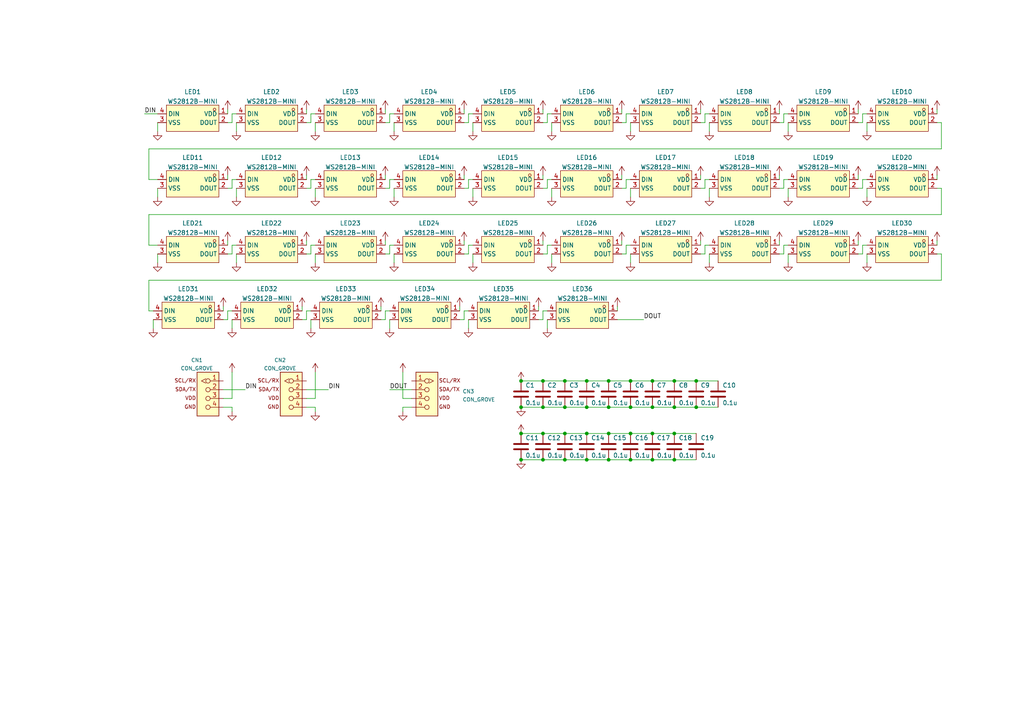
<source format=kicad_sch>
(kicad_sch (version 20211123) (generator eeschema)
  (paper "A4")
  (lib_symbols
    (symbol "Device:C" (pin_numbers hide) (pin_names (offset 0.254))
      (property "Reference" "C" (at 0.635 2.54 0))
      (property "Value" "C" (at 0.635 -2.54 0))
      (symbol "C_0_1"
        (polyline (pts (xy -2.032 -0.762) (xy 2.032 -0.762)) (stroke (width 0.508)))
        (polyline (pts (xy -2.032 0.762) (xy 2.032 0.762)) (stroke (width 0.508)))
      )
      (symbol "C_1_1"
        (pin passive line (at 0 3.81 270) (length 2.794) (name "~") (number "1"))
        (pin passive line (at 0 -3.81 90) (length 2.794) (name "~") (number "2"))
      )
    )
    (symbol "akita:CON_GROVE" (pin_names (offset 1.016))
      (property "Reference" "CN" (at 0 3.81 0))
      (property "Value" "CON_GROVE" (at 3.81 -5.08 90))
      (symbol "CON_GROVE_1_0"
        (text "GND" (at 5.334 -5.588 0) (effects (font (size 1.0668 1.0668)) (justify left bottom)))
        (text "SCL/RX" (at 5.334 2.032 0) (effects (font (size 1.0668 1.0668)) (justify left bottom)))
        (text "SDA/TX" (at 5.334 -0.508 0) (effects (font (size 1.0668 1.0668)) (justify left bottom)))
        (text "VDD" (at 5.334 -3.048 0) (effects (font (size 1.0668 1.0668)) (justify left bottom)))
        (pin bidirectional inverted_clock (at -2.54 2.54 0) (length 5.08) (name "1") (number "1"))
        (pin bidirectional inverted (at -2.54 0 0) (length 5.08) (name "2") (number "2"))
        (pin bidirectional inverted (at -2.54 -2.54 0) (length 5.08) (name "3") (number "3"))
        (pin bidirectional inverted (at -2.54 -5.08 0) (length 5.08) (name "4") (number "4"))
      )
      (symbol "CON_GROVE_1_1"
        (rectangle (start -1.27 5.08) (end 5.08 -7.62) (stroke (width 0.2032)) (fill (type background)))
      )
    )
    (symbol "libLCSC:WS2812B-MINI"
      (property "Reference" "LED" (at 0 6.35 0))
      (property "Value" "WS2812B-MINI" (at 0 -6.35 0))
      (symbol "WS2812B-MINI_0_1"
        (rectangle (start -7.62 3.81) (end 7.62 -3.81) (fill (type background)))
        (circle (center -6.35 2.54) (radius 0.38))
        (pin unspecified line (at -10.16 1.27 0) (length 2.54) (name "VDD") (number "1"))
        (pin unspecified line (at -10.16 -1.27 0) (length 2.54) (name "DOUT") (number "2"))
        (pin unspecified line (at 10.16 -1.27 180) (length 2.54) (name "VSS") (number "3"))
        (pin unspecified line (at 10.16 1.27 180) (length 2.54) (name "DIN") (number "4"))
      )
    )
    (symbol "power:GND" (power) (pin_names (offset 0))
      (property "Value" "GND" (at 0 -3.81 0))
      (symbol "GND_0_1"
        (polyline (pts (xy 0 0) (xy 0 -1.27) (xy 1.27 -1.27) (xy 0 -2.54) (xy -1.27 -1.27) (xy 0 -1.27)))
      )
      (symbol "GND_1_1"
        (pin power_in line (at 0 0 270) (length 0) hide (name "GND") (number "1"))
      )
    )
    (symbol "power:VDD" (power) (pin_names (offset 0))
      (property "Value" "VDD" (at 0 3.81 0))
      (symbol "VDD_0_1"
        (polyline (pts (xy -0.762 1.27) (xy 0 2.54)))
        (polyline (pts (xy 0 0) (xy 0 2.54)))
        (polyline (pts (xy 0 2.54) (xy 0.762 1.27)))
      )
      (symbol "VDD_1_1"
        (pin power_in line (at 0 0 90) (length 0) hide (name "VDD") (number "1"))
      )
    )
  )
  (junction (at 195.58 110.49))
  (junction (at 170.18 125.73))
  (junction (at 182.88 118.11))
  (junction (at 176.53 125.73))
  (junction (at 170.18 133.35))
  (junction (at 189.23 133.35))
  (junction (at 157.48 110.49))
  (junction (at 182.88 133.35))
  (junction (at 163.83 125.73))
  (junction (at 157.48 118.11))
  (junction (at 163.83 110.49))
  (junction (at 195.58 118.11))
  (junction (at 163.83 118.11))
  (junction (at 189.23 125.73))
  (junction (at 151.13 133.35))
  (junction (at 189.23 118.11))
  (junction (at 176.53 118.11))
  (junction (at 189.23 110.49))
  (junction (at 201.93 110.49))
  (junction (at 163.83 133.35))
  (junction (at 157.48 133.35))
  (junction (at 170.18 118.11))
  (junction (at 151.13 125.73))
  (junction (at 151.13 118.11))
  (junction (at 195.58 125.73))
  (junction (at 176.53 133.35))
  (junction (at 201.93 118.11))
  (junction (at 151.13 110.49))
  (junction (at 182.88 110.49))
  (junction (at 170.18 110.49))
  (junction (at 195.58 133.35))
  (junction (at 176.53 110.49))
  (junction (at 157.48 125.73))
  (junction (at 182.88 125.73))
  (wire (pts (xy 157.48 133.35) (xy 163.83 133.35)))
  (wire (pts (xy 43.18 43.18) (xy 43.18 52.07)))
  (wire (pts (xy 116.84 115.57) (xy 119.38 115.57)))
  (wire (pts (xy 151.13 133.35) (xy 157.48 133.35)))
  (wire (pts (xy 163.83 133.35) (xy 170.18 133.35)))
  (wire (pts (xy 181.61 35.56) (xy 181.61 33.02)))
  (wire (pts (xy 204.47 52.07) (xy 205.74 52.07)))
  (wire (pts (xy 195.58 110.49) (xy 201.93 110.49)))
  (wire (pts (xy 226.06 54.61) (xy 227.33 54.61)))
  (wire (pts (xy 113.03 52.07) (xy 114.3 52.07)))
  (wire (pts (xy 251.46 54.61) (xy 251.46 57.15)))
  (wire (pts (xy 157.48 92.71) (xy 157.48 90.17)))
  (wire (pts (xy 203.2 73.66) (xy 204.47 73.66)))
  (wire (pts (xy 160.02 35.56) (xy 160.02 38.1)))
  (wire (pts (xy 176.53 125.73) (xy 182.88 125.73)))
  (wire (pts (xy 182.88 35.56) (xy 182.88 38.1)))
  (wire (pts (xy 181.61 73.66) (xy 181.61 71.12)))
  (wire (pts (xy 204.47 54.61) (xy 204.47 52.07)))
  (wire (pts (xy 248.92 50.8) (xy 248.92 52.07)))
  (wire (pts (xy 116.84 115.57) (xy 116.84 107.95)))
  (wire (pts (xy 68.58 54.61) (xy 68.58 57.15)))
  (wire (pts (xy 163.83 125.73) (xy 170.18 125.73)))
  (wire (pts (xy 114.3 54.61) (xy 114.3 57.15)))
  (wire (pts (xy 43.18 62.23) (xy 43.18 71.12)))
  (wire (pts (xy 111.76 69.85) (xy 111.76 71.12)))
  (wire (pts (xy 90.17 35.56) (xy 90.17 33.02)))
  (wire (pts (xy 250.19 54.61) (xy 250.19 52.07)))
  (wire (pts (xy 88.9 118.11) (xy 91.44 118.11)))
  (wire (pts (xy 176.53 118.11) (xy 182.88 118.11)))
  (wire (pts (xy 157.48 50.8) (xy 157.48 52.07)))
  (wire (pts (xy 90.17 33.02) (xy 91.44 33.02)))
  (wire (pts (xy 91.44 118.11) (xy 91.44 119.38)))
  (wire (pts (xy 68.58 35.56) (xy 68.58 38.1)))
  (wire (pts (xy 67.31 73.66) (xy 67.31 71.12)))
  (wire (pts (xy 189.23 118.11) (xy 195.58 118.11)))
  (wire (pts (xy 119.38 118.11) (xy 116.84 118.11)))
  (wire (pts (xy 134.62 50.8) (xy 134.62 52.07)))
  (wire (pts (xy 248.92 73.66) (xy 250.19 73.66)))
  (wire (pts (xy 43.18 90.17) (xy 44.45 90.17)))
  (wire (pts (xy 182.88 118.11) (xy 189.23 118.11)))
  (wire (pts (xy 226.06 50.8) (xy 226.06 52.07)))
  (wire (pts (xy 273.05 43.18) (xy 273.05 35.56)))
  (wire (pts (xy 67.31 33.02) (xy 68.58 33.02)))
  (wire (pts (xy 66.04 31.75) (xy 66.04 33.02)))
  (wire (pts (xy 180.34 54.61) (xy 181.61 54.61)))
  (wire (pts (xy 114.3 35.56) (xy 114.3 38.1)))
  (wire (pts (xy 163.83 118.11) (xy 170.18 118.11)))
  (wire (pts (xy 182.88 125.73) (xy 189.23 125.73)))
  (wire (pts (xy 182.88 54.61) (xy 182.88 57.15)))
  (wire (pts (xy 251.46 35.56) (xy 251.46 38.1)))
  (wire (pts (xy 67.31 71.12) (xy 68.58 71.12)))
  (wire (pts (xy 111.76 50.8) (xy 111.76 52.07)))
  (wire (pts (xy 204.47 73.66) (xy 204.47 71.12)))
  (wire (pts (xy 176.53 110.49) (xy 182.88 110.49)))
  (wire (pts (xy 189.23 133.35) (xy 195.58 133.35)))
  (wire (pts (xy 133.35 88.9) (xy 133.35 90.17)))
  (wire (pts (xy 68.58 73.66) (xy 68.58 76.2)))
  (wire (pts (xy 273.05 81.28) (xy 273.05 73.66)))
  (wire (pts (xy 135.89 71.12) (xy 137.16 71.12)))
  (wire (pts (xy 182.88 110.49) (xy 189.23 110.49)))
  (wire (pts (xy 271.78 50.8) (xy 271.78 52.07)))
  (wire (pts (xy 114.3 73.66) (xy 114.3 76.2)))
  (wire (pts (xy 45.72 54.61) (xy 45.72 57.15)))
  (wire (pts (xy 158.75 52.07) (xy 160.02 52.07)))
  (wire (pts (xy 44.45 92.71) (xy 44.45 95.25)))
  (wire (pts (xy 157.48 90.17) (xy 158.75 90.17)))
  (wire (pts (xy 67.31 52.07) (xy 68.58 52.07)))
  (wire (pts (xy 67.31 35.56) (xy 67.31 33.02)))
  (wire (pts (xy 163.83 110.49) (xy 170.18 110.49)))
  (wire (pts (xy 135.89 52.07) (xy 137.16 52.07)))
  (wire (pts (xy 67.31 54.61) (xy 67.31 52.07)))
  (wire (pts (xy 205.74 35.56) (xy 205.74 38.1)))
  (wire (pts (xy 137.16 35.56) (xy 137.16 38.1)))
  (wire (pts (xy 88.9 31.75) (xy 88.9 33.02)))
  (wire (pts (xy 66.04 50.8) (xy 66.04 52.07)))
  (wire (pts (xy 195.58 125.73) (xy 201.93 125.73)))
  (wire (pts (xy 67.31 115.57) (xy 67.31 107.95)))
  (wire (pts (xy 66.04 73.66) (xy 67.31 73.66)))
  (wire (pts (xy 227.33 71.12) (xy 228.6 71.12)))
  (wire (pts (xy 189.23 125.73) (xy 195.58 125.73)))
  (wire (pts (xy 113.03 73.66) (xy 113.03 71.12)))
  (wire (pts (xy 250.19 33.02) (xy 251.46 33.02)))
  (wire (pts (xy 43.18 62.23) (xy 273.05 62.23)))
  (wire (pts (xy 67.31 118.11) (xy 67.31 119.38)))
  (wire (pts (xy 110.49 88.9) (xy 110.49 90.17)))
  (wire (pts (xy 176.53 133.35) (xy 182.88 133.35)))
  (wire (pts (xy 158.75 71.12) (xy 160.02 71.12)))
  (wire (pts (xy 64.77 115.57) (xy 67.31 115.57)))
  (wire (pts (xy 227.33 52.07) (xy 228.6 52.07)))
  (wire (pts (xy 205.74 54.61) (xy 205.74 57.15)))
  (wire (pts (xy 228.6 35.56) (xy 228.6 38.1)))
  (wire (pts (xy 64.77 118.11) (xy 67.31 118.11)))
  (wire (pts (xy 182.88 133.35) (xy 189.23 133.35)))
  (wire (pts (xy 248.92 35.56) (xy 250.19 35.56)))
  (wire (pts (xy 157.48 31.75) (xy 157.48 33.02)))
  (wire (pts (xy 181.61 52.07) (xy 182.88 52.07)))
  (wire (pts (xy 137.16 54.61) (xy 137.16 57.15)))
  (wire (pts (xy 182.88 73.66) (xy 182.88 76.2)))
  (wire (pts (xy 90.17 52.07) (xy 91.44 52.07)))
  (wire (pts (xy 204.47 71.12) (xy 205.74 71.12)))
  (wire (pts (xy 250.19 73.66) (xy 250.19 71.12)))
  (wire (pts (xy 113.03 113.03) (xy 119.38 113.03)))
  (wire (pts (xy 151.13 110.49) (xy 157.48 110.49)))
  (wire (pts (xy 91.44 35.56) (xy 91.44 38.1)))
  (wire (pts (xy 137.16 73.66) (xy 137.16 76.2)))
  (wire (pts (xy 180.34 73.66) (xy 181.61 73.66)))
  (wire (pts (xy 88.9 50.8) (xy 88.9 52.07)))
  (wire (pts (xy 110.49 92.71) (xy 111.76 92.71)))
  (wire (pts (xy 203.2 54.61) (xy 204.47 54.61)))
  (wire (pts (xy 135.89 35.56) (xy 135.89 33.02)))
  (wire (pts (xy 66.04 54.61) (xy 67.31 54.61)))
  (wire (pts (xy 111.76 73.66) (xy 113.03 73.66)))
  (wire (pts (xy 203.2 69.85) (xy 203.2 71.12)))
  (wire (pts (xy 181.61 33.02) (xy 182.88 33.02)))
  (wire (pts (xy 113.03 71.12) (xy 114.3 71.12)))
  (wire (pts (xy 170.18 118.11) (xy 176.53 118.11)))
  (wire (pts (xy 88.9 115.57) (xy 91.44 115.57)))
  (wire (pts (xy 250.19 35.56) (xy 250.19 33.02)))
  (wire (pts (xy 88.9 54.61) (xy 90.17 54.61)))
  (wire (pts (xy 91.44 54.61) (xy 91.44 57.15)))
  (wire (pts (xy 88.9 69.85) (xy 88.9 71.12)))
  (wire (pts (xy 271.78 31.75) (xy 271.78 33.02)))
  (wire (pts (xy 157.48 125.73) (xy 163.83 125.73)))
  (wire (pts (xy 87.63 92.71) (xy 88.9 92.71)))
  (wire (pts (xy 66.04 69.85) (xy 66.04 71.12)))
  (wire (pts (xy 113.03 35.56) (xy 113.03 33.02)))
  (wire (pts (xy 179.07 92.71) (xy 186.69 92.71)))
  (wire (pts (xy 134.62 90.17) (xy 135.89 90.17)))
  (wire (pts (xy 43.18 52.07) (xy 45.72 52.07)))
  (wire (pts (xy 88.9 35.56) (xy 90.17 35.56)))
  (wire (pts (xy 195.58 118.11) (xy 201.93 118.11)))
  (wire (pts (xy 111.76 54.61) (xy 113.03 54.61)))
  (wire (pts (xy 135.89 73.66) (xy 135.89 71.12)))
  (wire (pts (xy 134.62 73.66) (xy 135.89 73.66)))
  (wire (pts (xy 170.18 125.73) (xy 176.53 125.73)))
  (wire (pts (xy 160.02 73.66) (xy 160.02 76.2)))
  (wire (pts (xy 226.06 35.56) (xy 227.33 35.56)))
  (wire (pts (xy 134.62 92.71) (xy 134.62 90.17)))
  (wire (pts (xy 111.76 92.71) (xy 111.76 90.17)))
  (wire (pts (xy 45.72 35.56) (xy 45.72 38.1)))
  (wire (pts (xy 41.91 33.02) (xy 45.72 33.02)))
  (wire (pts (xy 158.75 92.71) (xy 158.75 95.25)))
  (wire (pts (xy 90.17 71.12) (xy 91.44 71.12)))
  (wire (pts (xy 227.33 35.56) (xy 227.33 33.02)))
  (wire (pts (xy 226.06 31.75) (xy 226.06 33.02)))
  (wire (pts (xy 156.21 88.9) (xy 156.21 90.17)))
  (wire (pts (xy 158.75 35.56) (xy 158.75 33.02)))
  (wire (pts (xy 134.62 69.85) (xy 134.62 71.12)))
  (wire (pts (xy 151.13 125.73) (xy 157.48 125.73)))
  (wire (pts (xy 180.34 69.85) (xy 180.34 71.12)))
  (wire (pts (xy 157.48 110.49) (xy 163.83 110.49)))
  (wire (pts (xy 160.02 54.61) (xy 160.02 57.15)))
  (wire (pts (xy 248.92 69.85) (xy 248.92 71.12)))
  (wire (pts (xy 157.48 54.61) (xy 158.75 54.61)))
  (wire (pts (xy 111.76 35.56) (xy 113.03 35.56)))
  (wire (pts (xy 88.9 113.03) (xy 95.25 113.03)))
  (wire (pts (xy 64.77 88.9) (xy 64.77 90.17)))
  (wire (pts (xy 179.07 88.9) (xy 179.07 90.17)))
  (wire (pts (xy 201.93 118.11) (xy 208.28 118.11)))
  (wire (pts (xy 66.04 35.56) (xy 67.31 35.56)))
  (wire (pts (xy 195.58 133.35) (xy 201.93 133.35)))
  (wire (pts (xy 203.2 35.56) (xy 204.47 35.56)))
  (wire (pts (xy 271.78 35.56) (xy 273.05 35.56)))
  (wire (pts (xy 135.89 33.02) (xy 137.16 33.02)))
  (wire (pts (xy 90.17 73.66) (xy 90.17 71.12)))
  (wire (pts (xy 271.78 73.66) (xy 273.05 73.66)))
  (wire (pts (xy 248.92 54.61) (xy 250.19 54.61)))
  (wire (pts (xy 45.72 73.66) (xy 45.72 76.2)))
  (wire (pts (xy 157.48 73.66) (xy 158.75 73.66)))
  (wire (pts (xy 158.75 73.66) (xy 158.75 71.12)))
  (wire (pts (xy 91.44 73.66) (xy 91.44 76.2)))
  (wire (pts (xy 228.6 73.66) (xy 228.6 76.2)))
  (wire (pts (xy 113.03 33.02) (xy 114.3 33.02)))
  (wire (pts (xy 250.19 71.12) (xy 251.46 71.12)))
  (wire (pts (xy 133.35 92.71) (xy 134.62 92.71)))
  (wire (pts (xy 205.74 73.66) (xy 205.74 76.2)))
  (wire (pts (xy 64.77 92.71) (xy 66.04 92.71)))
  (wire (pts (xy 273.05 62.23) (xy 273.05 54.61)))
  (wire (pts (xy 170.18 133.35) (xy 176.53 133.35)))
  (wire (pts (xy 204.47 35.56) (xy 204.47 33.02)))
  (wire (pts (xy 113.03 92.71) (xy 113.03 95.25)))
  (wire (pts (xy 113.03 54.61) (xy 113.03 52.07)))
  (wire (pts (xy 88.9 73.66) (xy 90.17 73.66)))
  (wire (pts (xy 181.61 54.61) (xy 181.61 52.07)))
  (wire (pts (xy 226.06 69.85) (xy 226.06 71.12)))
  (wire (pts (xy 134.62 35.56) (xy 135.89 35.56)))
  (wire (pts (xy 157.48 69.85) (xy 157.48 71.12)))
  (wire (pts (xy 66.04 90.17) (xy 67.31 90.17)))
  (wire (pts (xy 180.34 31.75) (xy 180.34 33.02)))
  (wire (pts (xy 90.17 92.71) (xy 90.17 95.25)))
  (wire (pts (xy 271.78 69.85) (xy 271.78 71.12)))
  (wire (pts (xy 43.18 43.18) (xy 273.05 43.18)))
  (wire (pts (xy 180.34 50.8) (xy 180.34 52.07)))
  (wire (pts (xy 170.18 110.49) (xy 176.53 110.49)))
  (wire (pts (xy 204.47 33.02) (xy 205.74 33.02)))
  (wire (pts (xy 43.18 81.28) (xy 43.18 90.17)))
  (wire (pts (xy 116.84 118.11) (xy 116.84 119.38)))
  (wire (pts (xy 151.13 118.11) (xy 157.48 118.11)))
  (wire (pts (xy 157.48 118.11) (xy 163.83 118.11)))
  (wire (pts (xy 134.62 31.75) (xy 134.62 33.02)))
  (wire (pts (xy 271.78 54.61) (xy 273.05 54.61)))
  (wire (pts (xy 88.9 90.17) (xy 90.17 90.17)))
  (wire (pts (xy 227.33 33.02) (xy 228.6 33.02)))
  (wire (pts (xy 158.75 33.02) (xy 160.02 33.02)))
  (wire (pts (xy 180.34 35.56) (xy 181.61 35.56)))
  (wire (pts (xy 135.89 54.61) (xy 135.89 52.07)))
  (wire (pts (xy 248.92 31.75) (xy 248.92 33.02)))
  (wire (pts (xy 66.04 92.71) (xy 66.04 90.17)))
  (wire (pts (xy 251.46 73.66) (xy 251.46 76.2)))
  (wire (pts (xy 91.44 115.57) (xy 91.44 107.95)))
  (wire (pts (xy 87.63 88.9) (xy 87.63 90.17)))
  (wire (pts (xy 135.89 92.71) (xy 135.89 95.25)))
  (wire (pts (xy 203.2 31.75) (xy 203.2 33.02)))
  (wire (pts (xy 156.21 92.71) (xy 157.48 92.71)))
  (wire (pts (xy 228.6 54.61) (xy 228.6 57.15)))
  (wire (pts (xy 43.18 81.28) (xy 273.05 81.28)))
  (wire (pts (xy 43.18 71.12) (xy 45.72 71.12)))
  (wire (pts (xy 203.2 50.8) (xy 203.2 52.07)))
  (wire (pts (xy 201.93 110.49) (xy 208.28 110.49)))
  (wire (pts (xy 157.48 35.56) (xy 158.75 35.56)))
  (wire (pts (xy 67.31 92.71) (xy 67.31 95.25)))
  (wire (pts (xy 111.76 31.75) (xy 111.76 33.02)))
  (wire (pts (xy 88.9 92.71) (xy 88.9 90.17)))
  (wire (pts (xy 227.33 54.61) (xy 227.33 52.07)))
  (wire (pts (xy 158.75 54.61) (xy 158.75 52.07)))
  (wire (pts (xy 227.33 73.66) (xy 227.33 71.12)))
  (wire (pts (xy 90.17 54.61) (xy 90.17 52.07)))
  (wire (pts (xy 189.23 110.49) (xy 195.58 110.49)))
  (wire (pts (xy 64.77 113.03) (xy 71.12 113.03)))
  (wire (pts (xy 111.76 90.17) (xy 113.03 90.17)))
  (wire (pts (xy 250.19 52.07) (xy 251.46 52.07)))
  (wire (pts (xy 134.62 54.61) (xy 135.89 54.61)))
  (wire (pts (xy 226.06 73.66) (xy 227.33 73.66)))
  (wire (pts (xy 181.61 71.12) (xy 182.88 71.12)))
  (label "DOUT" (at 113.03 113.03 0))
  (label "DIN" (at 95.25 113.03 0))
  (label "DOUT" (at 186.69 92.71 0))
  (label "DIN" (at 71.12 113.03 0))
  (label "DIN" (at 41.91 33.02 0))
  (symbol (lib_id "libLCSC:WS2812B-MINI") (at 215.9 72.39 0) (mirror y) (unit 1)
    (property "Reference" "LED28" (at 215.9 64.7405 0))
    (property "Value" "WS2812B-MINI" (at 215.9 67.5156 0))
    (property "Footprint" "libLCSC:LED-SMD_4P-L3.5-W3.5-TL_WS2812B" (effects hide))
    (property "Datasheet" "https://lcsc.com/product-detail/Light-Emitting-Diodes-LED_Worldsemi-WS2812B-Mini_C527089.html" (effects hide))
    (property "LCSC Part" "C527089" (effects hide))
  )
  (symbol (lib_id "power:GND") (at 91.44 76.2 0) (unit 1)
    (property "Reference" "#PWR033" (effects hide))
    (property "Value" "GND" (effects hide))
  )
  (symbol (lib_id "power:GND") (at 44.45 95.25 0) (unit 1)
    (property "Reference" "#PWR051" (effects hide))
    (property "Value" "GND" (effects hide))
  )
  (symbol (lib_id "libLCSC:WS2812B-MINI") (at 101.6 72.39 0) (mirror y) (unit 1)
    (property "Reference" "LED23" (at 101.6 64.7405 0))
    (property "Value" "WS2812B-MINI" (at 101.6 67.5156 0))
    (property "Footprint" "libLCSC:LED-SMD_4P-L3.5-W3.5-TL_WS2812B" (effects hide))
    (property "Datasheet" "https://lcsc.com/product-detail/Light-Emitting-Diodes-LED_Worldsemi-WS2812B-Mini_C527089.html" (effects hide))
    (property "LCSC Part" "C527089" (effects hide))
  )
  (symbol (lib_id "power:GND") (at 228.6 57.15 0) (unit 1)
    (property "Reference" "#PWR019" (effects hide))
    (property "Value" "GND" (effects hide))
  )
  (symbol (lib_id "power:VDD") (at 88.9 50.8 0) (unit 1)
    (property "Reference" "#PWR02" (effects hide))
    (property "Value" "VDD" (effects hide))
  )
  (symbol (lib_id "power:VDD") (at 271.78 50.8 0) (unit 1)
    (property "Reference" "#PWR010" (effects hide))
    (property "Value" "VDD" (effects hide))
  )
  (symbol (lib_id "libLCSC:WS2812B-MINI") (at 100.33 91.44 0) (mirror y) (unit 1)
    (property "Reference" "LED33" (at 100.33 83.7905 0))
    (property "Value" "WS2812B-MINI" (at 100.33 86.5656 0))
    (property "Footprint" "libLCSC:LED-SMD_4P-L3.5-W3.5-TL_WS2812B" (effects hide))
    (property "Datasheet" "https://lcsc.com/product-detail/Light-Emitting-Diodes-LED_Worldsemi-WS2812B-Mini_C527089.html" (effects hide))
    (property "LCSC Part" "C527089" (effects hide))
  )
  (symbol (lib_id "power:GND") (at 182.88 76.2 0) (unit 1)
    (property "Reference" "#PWR037" (effects hide))
    (property "Value" "GND" (effects hide))
  )
  (symbol (lib_id "libLCSC:WS2812B-MINI") (at 215.9 34.29 0) (mirror y) (unit 1)
    (property "Reference" "LED8" (at 215.9 26.6405 0))
    (property "Value" "WS2812B-MINI" (at 215.9 29.4156 0))
    (property "Footprint" "libLCSC:LED-SMD_4P-L3.5-W3.5-TL_WS2812B" (effects hide))
    (property "Datasheet" "https://lcsc.com/product-detail/Light-Emitting-Diodes-LED_Worldsemi-WS2812B-Mini_C527089.html" (effects hide))
    (property "LCSC Part" "C527089" (effects hide))
  )
  (symbol (lib_id "libLCSC:WS2812B-MINI") (at 147.32 72.39 0) (mirror y) (unit 1)
    (property "Reference" "LED25" (at 147.32 64.7405 0))
    (property "Value" "WS2812B-MINI" (at 147.32 67.5156 0))
    (property "Footprint" "libLCSC:LED-SMD_4P-L3.5-W3.5-TL_WS2812B" (effects hide))
    (property "Datasheet" "https://lcsc.com/product-detail/Light-Emitting-Diodes-LED_Worldsemi-WS2812B-Mini_C527089.html" (effects hide))
    (property "LCSC Part" "C527089" (effects hide))
  )
  (symbol (lib_id "Device:C") (at 157.48 129.54 0) (unit 1)
    (property "Reference" "C12" (at 158.75 127 0) (effects (justify left)))
    (property "Value" "0.1u" (at 158.75 132.08 0) (effects (justify left)))
    (property "Footprint" "Capacitor_SMD:C_0603_1608Metric" (effects hide))
  )
  (symbol (lib_id "Device:C") (at 163.83 129.54 0) (unit 1)
    (property "Reference" "C13" (at 165.1 127 0) (effects (justify left)))
    (property "Value" "0.1u" (at 165.1 132.08 0) (effects (justify left)))
    (property "Footprint" "Capacitor_SMD:C_0603_1608Metric" (effects hide))
  )
  (symbol (lib_id "Device:C") (at 176.53 114.3 0) (unit 1)
    (property "Reference" "C5" (at 177.8 111.76 0) (effects (justify left)))
    (property "Value" "0.1u" (at 177.8 116.84 0) (effects (justify left)))
    (property "Footprint" "Capacitor_SMD:C_0603_1608Metric" (effects hide))
  )
  (symbol (lib_id "power:VDD") (at 88.9 69.85 0) (unit 1)
    (property "Reference" "#PWR022" (effects hide))
    (property "Value" "VDD" (effects hide))
  )
  (symbol (lib_id "power:VDD") (at 151.13 110.49 0) (unit 1)
    (property "Reference" "#PWR059" (effects hide))
    (property "Value" "VDD" (effects hide))
  )
  (symbol (lib_id "libLCSC:WS2812B-MINI") (at 170.18 53.34 0) (mirror y) (unit 1)
    (property "Reference" "LED16" (at 170.18 45.6905 0))
    (property "Value" "WS2812B-MINI" (at 170.18 48.4656 0))
    (property "Footprint" "libLCSC:LED-SMD_4P-L3.5-W3.5-TL_WS2812B" (effects hide))
    (property "Datasheet" "https://lcsc.com/product-detail/Light-Emitting-Diodes-LED_Worldsemi-WS2812B-Mini_C527089.html" (effects hide))
    (property "LCSC Part" "C527089" (effects hide))
  )
  (symbol (lib_id "power:GND") (at 151.13 118.11 0) (unit 1)
    (property "Reference" "#PWR060" (effects hide))
    (property "Value" "GND" (effects hide))
  )
  (symbol (lib_id "power:VDD") (at 111.76 69.85 0) (unit 1)
    (property "Reference" "#PWR023" (effects hide))
    (property "Value" "VDD" (effects hide))
  )
  (symbol (lib_id "Device:C") (at 201.93 129.54 0) (unit 1)
    (property "Reference" "C19" (at 203.2 127 0) (effects (justify left)))
    (property "Value" "0.1u" (at 203.2 132.08 0) (effects (justify left)))
    (property "Footprint" "Capacitor_SMD:C_0603_1608Metric" (effects hide))
  )
  (symbol (lib_id "libLCSC:WS2812B-MINI") (at 124.46 53.34 0) (mirror y) (unit 1)
    (property "Reference" "LED14" (at 124.46 45.6905 0))
    (property "Value" "WS2812B-MINI" (at 124.46 48.4656 0))
    (property "Footprint" "libLCSC:LED-SMD_4P-L3.5-W3.5-TL_WS2812B" (effects hide))
    (property "Datasheet" "https://lcsc.com/product-detail/Light-Emitting-Diodes-LED_Worldsemi-WS2812B-Mini_C527089.html" (effects hide))
    (property "LCSC Part" "C527089" (effects hide))
  )
  (symbol (lib_id "power:GND") (at 160.02 76.2 0) (unit 1)
    (property "Reference" "#PWR036" (effects hide))
    (property "Value" "GND" (effects hide))
  )
  (symbol (lib_id "power:VDD") (at 157.48 50.8 0) (unit 1)
    (property "Reference" "#PWR05" (effects hide))
    (property "Value" "VDD" (effects hide))
  )
  (symbol (lib_id "Device:C") (at 151.13 114.3 0) (unit 1)
    (property "Reference" "C1" (at 152.4 111.76 0) (effects (justify left)))
    (property "Value" "0.1u" (at 152.4 116.84 0) (effects (justify left)))
    (property "Footprint" "Capacitor_SMD:C_0603_1608Metric" (effects hide))
  )
  (symbol (lib_id "power:GND") (at 137.16 38.1 0) (unit 1)
    (property "Reference" "#PWR0130" (effects hide))
    (property "Value" "GND" (effects hide))
  )
  (symbol (lib_id "Device:C") (at 195.58 129.54 0) (unit 1)
    (property "Reference" "C18" (at 196.85 127 0) (effects (justify left)))
    (property "Value" "0.1u" (at 196.85 132.08 0) (effects (justify left)))
    (property "Footprint" "Capacitor_SMD:C_0603_1608Metric" (effects hide))
  )
  (symbol (lib_id "libLCSC:WS2812B-MINI") (at 168.91 91.44 0) (mirror y) (unit 1)
    (property "Reference" "LED36" (at 168.91 83.7905 0))
    (property "Value" "WS2812B-MINI" (at 168.91 86.5656 0))
    (property "Footprint" "libLCSC:LED-SMD_4P-L3.5-W3.5-TL_WS2812B" (effects hide))
    (property "Datasheet" "https://lcsc.com/product-detail/Light-Emitting-Diodes-LED_Worldsemi-WS2812B-Mini_C527089.html" (effects hide))
    (property "LCSC Part" "C527089" (effects hide))
  )
  (symbol (lib_id "libLCSC:WS2812B-MINI") (at 147.32 34.29 0) (mirror y) (unit 1)
    (property "Reference" "LED5" (at 147.32 26.6405 0))
    (property "Value" "WS2812B-MINI" (at 147.32 29.4156 0))
    (property "Footprint" "libLCSC:LED-SMD_4P-L3.5-W3.5-TL_WS2812B" (effects hide))
    (property "Datasheet" "https://lcsc.com/product-detail/Light-Emitting-Diodes-LED_Worldsemi-WS2812B-Mini_C527089.html" (effects hide))
    (property "LCSC Part" "C527089" (effects hide))
  )
  (symbol (lib_id "power:GND") (at 114.3 57.15 0) (unit 1)
    (property "Reference" "#PWR014" (effects hide))
    (property "Value" "GND" (effects hide))
  )
  (symbol (lib_id "Device:C") (at 189.23 129.54 0) (unit 1)
    (property "Reference" "C17" (at 190.5 127 0) (effects (justify left)))
    (property "Value" "0.1u" (at 190.5 132.08 0) (effects (justify left)))
    (property "Footprint" "Capacitor_SMD:C_0603_1608Metric" (effects hide))
  )
  (symbol (lib_id "libLCSC:WS2812B-MINI") (at 261.62 53.34 0) (mirror y) (unit 1)
    (property "Reference" "LED20" (at 261.62 45.6905 0))
    (property "Value" "WS2812B-MINI" (at 261.62 48.4656 0))
    (property "Footprint" "libLCSC:LED-SMD_4P-L3.5-W3.5-TL_WS2812B" (effects hide))
    (property "Datasheet" "https://lcsc.com/product-detail/Light-Emitting-Diodes-LED_Worldsemi-WS2812B-Mini_C527089.html" (effects hide))
    (property "LCSC Part" "C527089" (effects hide))
  )
  (symbol (lib_id "libLCSC:WS2812B-MINI") (at 215.9 53.34 0) (mirror y) (unit 1)
    (property "Reference" "LED18" (at 215.9 45.6905 0))
    (property "Value" "WS2812B-MINI" (at 215.9 48.4656 0))
    (property "Footprint" "libLCSC:LED-SMD_4P-L3.5-W3.5-TL_WS2812B" (effects hide))
    (property "Datasheet" "https://lcsc.com/product-detail/Light-Emitting-Diodes-LED_Worldsemi-WS2812B-Mini_C527089.html" (effects hide))
    (property "LCSC Part" "C527089" (effects hide))
  )
  (symbol (lib_id "power:VDD") (at 156.21 88.9 0) (unit 1)
    (property "Reference" "#PWR045" (effects hide))
    (property "Value" "VDD" (effects hide))
  )
  (symbol (lib_id "power:VDD") (at 203.2 50.8 0) (unit 1)
    (property "Reference" "#PWR07" (effects hide))
    (property "Value" "VDD" (effects hide))
  )
  (symbol (lib_id "akita:CON_GROVE") (at 121.92 113.03 0) (unit 1)
    (property "Reference" "CN3" (at 134.1692 113.5165 0) (effects (font (size 1.0668 1.0668)) (justify left)))
    (property "Value" "CON_GROVE" (at 134.1692 115.8882 0) (effects (font (size 1.0668 1.0668)) (justify left)))
    (property "Footprint" "akita:CON_GROVE_H_SMD" (effects hide))
  )
  (symbol (lib_id "power:VDD") (at 226.06 69.85 0) (unit 1)
    (property "Reference" "#PWR028" (effects hide))
    (property "Value" "VDD" (effects hide))
  )
  (symbol (lib_id "libLCSC:WS2812B-MINI") (at 238.76 34.29 0) (mirror y) (unit 1)
    (property "Reference" "LED9" (at 238.76 26.6405 0))
    (property "Value" "WS2812B-MINI" (at 238.76 29.4156 0))
    (property "Footprint" "libLCSC:LED-SMD_4P-L3.5-W3.5-TL_WS2812B" (effects hide))
    (property "Datasheet" "https://lcsc.com/product-detail/Light-Emitting-Diodes-LED_Worldsemi-WS2812B-Mini_C527089.html" (effects hide))
    (property "LCSC Part" "C527089" (effects hide))
  )
  (symbol (lib_id "akita:CON_GROVE") (at 86.36 113.03 0) (mirror y) (unit 1)
    (property "Reference" "CN2" (at 81.2387 104.4606 0) (effects (font (size 1.0668 1.0668))))
    (property "Value" "CON_GROVE" (at 81.2387 106.8323 0) (effects (font (size 1.0668 1.0668))))
    (property "Footprint" "akita:CON_GROVE_V_SMD" (effects hide))
  )
  (symbol (lib_id "power:GND") (at 228.6 76.2 0) (unit 1)
    (property "Reference" "#PWR039" (effects hide))
    (property "Value" "GND" (effects hide))
  )
  (symbol (lib_id "power:VDD") (at 134.62 69.85 0) (unit 1)
    (property "Reference" "#PWR024" (effects hide))
    (property "Value" "VDD" (effects hide))
  )
  (symbol (lib_id "power:GND") (at 90.17 95.25 0) (unit 1)
    (property "Reference" "#PWR053" (effects hide))
    (property "Value" "GND" (effects hide))
  )
  (symbol (lib_id "power:VDD") (at 66.04 69.85 0) (unit 1)
    (property "Reference" "#PWR021" (effects hide))
    (property "Value" "VDD" (effects hide))
  )
  (symbol (lib_id "power:VDD") (at 271.78 31.75 0) (unit 1)
    (property "Reference" "#PWR0157" (effects hide))
    (property "Value" "VDD" (effects hide))
  )
  (symbol (lib_id "Device:C") (at 170.18 114.3 0) (unit 1)
    (property "Reference" "C4" (at 171.45 111.76 0) (effects (justify left)))
    (property "Value" "0.1u" (at 171.45 116.84 0) (effects (justify left)))
    (property "Footprint" "Capacitor_SMD:C_0603_1608Metric" (effects hide))
  )
  (symbol (lib_id "power:GND") (at 91.44 38.1 0) (unit 1)
    (property "Reference" "#PWR0119" (effects hide))
    (property "Value" "GND" (effects hide))
  )
  (symbol (lib_id "power:VDD") (at 180.34 50.8 0) (unit 1)
    (property "Reference" "#PWR06" (effects hide))
    (property "Value" "VDD" (effects hide))
  )
  (symbol (lib_id "libLCSC:WS2812B-MINI") (at 124.46 34.29 0) (mirror y) (unit 1)
    (property "Reference" "LED4" (at 124.46 26.6405 0))
    (property "Value" "WS2812B-MINI" (at 124.46 29.4156 0))
    (property "Footprint" "libLCSC:LED-SMD_4P-L3.5-W3.5-TL_WS2812B" (effects hide))
    (property "Datasheet" "https://lcsc.com/product-detail/Light-Emitting-Diodes-LED_Worldsemi-WS2812B-Mini_C527089.html" (effects hide))
    (property "LCSC Part" "C527089" (effects hide))
  )
  (symbol (lib_id "libLCSC:WS2812B-MINI") (at 78.74 72.39 0) (mirror y) (unit 1)
    (property "Reference" "LED22" (at 78.74 64.7405 0))
    (property "Value" "WS2812B-MINI" (at 78.74 67.5156 0))
    (property "Footprint" "libLCSC:LED-SMD_4P-L3.5-W3.5-TL_WS2812B" (effects hide))
    (property "Datasheet" "https://lcsc.com/product-detail/Light-Emitting-Diodes-LED_Worldsemi-WS2812B-Mini_C527089.html" (effects hide))
    (property "LCSC Part" "C527089" (effects hide))
  )
  (symbol (lib_id "power:GND") (at 135.89 95.25 0) (unit 1)
    (property "Reference" "#PWR055" (effects hide))
    (property "Value" "GND" (effects hide))
  )
  (symbol (lib_id "power:GND") (at 182.88 57.15 0) (unit 1)
    (property "Reference" "#PWR017" (effects hide))
    (property "Value" "GND" (effects hide))
  )
  (symbol (lib_id "Device:C") (at 182.88 114.3 0) (unit 1)
    (property "Reference" "C6" (at 184.15 111.76 0) (effects (justify left)))
    (property "Value" "0.1u" (at 184.15 116.84 0) (effects (justify left)))
    (property "Footprint" "Capacitor_SMD:C_0603_1608Metric" (effects hide))
  )
  (symbol (lib_id "power:VDD") (at 134.62 31.75 0) (unit 1)
    (property "Reference" "#PWR0121" (effects hide))
    (property "Value" "VDD" (effects hide))
  )
  (symbol (lib_id "libLCSC:WS2812B-MINI") (at 193.04 72.39 0) (mirror y) (unit 1)
    (property "Reference" "LED27" (at 193.04 64.7405 0))
    (property "Value" "WS2812B-MINI" (at 193.04 67.5156 0))
    (property "Footprint" "libLCSC:LED-SMD_4P-L3.5-W3.5-TL_WS2812B" (effects hide))
    (property "Datasheet" "https://lcsc.com/product-detail/Light-Emitting-Diodes-LED_Worldsemi-WS2812B-Mini_C527089.html" (effects hide))
    (property "LCSC Part" "C527089" (effects hide))
  )
  (symbol (lib_id "libLCSC:WS2812B-MINI") (at 193.04 34.29 0) (mirror y) (unit 1)
    (property "Reference" "LED7" (at 193.04 26.6405 0))
    (property "Value" "WS2812B-MINI" (at 193.04 29.4156 0))
    (property "Footprint" "libLCSC:LED-SMD_4P-L3.5-W3.5-TL_WS2812B" (effects hide))
    (property "Datasheet" "https://lcsc.com/product-detail/Light-Emitting-Diodes-LED_Worldsemi-WS2812B-Mini_C527089.html" (effects hide))
    (property "LCSC Part" "C527089" (effects hide))
  )
  (symbol (lib_id "Device:C") (at 163.83 114.3 0) (unit 1)
    (property "Reference" "C3" (at 165.1 111.76 0) (effects (justify left)))
    (property "Value" "0.1u" (at 165.1 116.84 0) (effects (justify left)))
    (property "Footprint" "Capacitor_SMD:C_0603_1608Metric" (effects hide))
  )
  (symbol (lib_id "Device:C") (at 182.88 129.54 0) (unit 1)
    (property "Reference" "C16" (at 184.15 127 0) (effects (justify left)))
    (property "Value" "0.1u" (at 184.15 132.08 0) (effects (justify left)))
    (property "Footprint" "Capacitor_SMD:C_0603_1608Metric" (effects hide))
  )
  (symbol (lib_id "Device:C") (at 176.53 129.54 0) (unit 1)
    (property "Reference" "C15" (at 177.8 127 0) (effects (justify left)))
    (property "Value" "0.1u" (at 177.8 132.08 0) (effects (justify left)))
    (property "Footprint" "Capacitor_SMD:C_0603_1608Metric" (effects hide))
  )
  (symbol (lib_id "power:GND") (at 205.74 38.1 0) (unit 1)
    (property "Reference" "#PWR0139" (effects hide))
    (property "Value" "GND" (effects hide))
  )
  (symbol (lib_id "Device:C") (at 208.28 114.3 0) (unit 1)
    (property "Reference" "C10" (at 209.55 111.76 0) (effects (justify left)))
    (property "Value" "0.1u" (at 209.55 116.84 0) (effects (justify left)))
    (property "Footprint" "Capacitor_SMD:C_0603_1608Metric" (effects hide))
  )
  (symbol (lib_id "power:GND") (at 205.74 76.2 0) (unit 1)
    (property "Reference" "#PWR038" (effects hide))
    (property "Value" "GND" (effects hide))
  )
  (symbol (lib_id "power:VDD") (at 66.04 50.8 0) (unit 1)
    (property "Reference" "#PWR01" (effects hide))
    (property "Value" "VDD" (effects hide))
  )
  (symbol (lib_id "libLCSC:WS2812B-MINI") (at 55.88 53.34 0) (mirror y) (unit 1)
    (property "Reference" "LED11" (at 55.88 45.6905 0))
    (property "Value" "WS2812B-MINI" (at 55.88 48.4656 0))
    (property "Footprint" "libLCSC:LED-SMD_4P-L3.5-W3.5-TL_WS2812B" (effects hide))
    (property "Datasheet" "https://lcsc.com/product-detail/Light-Emitting-Diodes-LED_Worldsemi-WS2812B-Mini_C527089.html" (effects hide))
    (property "LCSC Part" "C527089" (effects hide))
  )
  (symbol (lib_id "power:VDD") (at 179.07 88.9 0) (unit 1)
    (property "Reference" "#PWR046" (effects hide))
    (property "Value" "VDD" (effects hide))
  )
  (symbol (lib_id "libLCSC:WS2812B-MINI") (at 123.19 91.44 0) (mirror y) (unit 1)
    (property "Reference" "LED34" (at 123.19 83.7905 0))
    (property "Value" "WS2812B-MINI" (at 123.19 86.5656 0))
    (property "Footprint" "libLCSC:LED-SMD_4P-L3.5-W3.5-TL_WS2812B" (effects hide))
    (property "Datasheet" "https://lcsc.com/product-detail/Light-Emitting-Diodes-LED_Worldsemi-WS2812B-Mini_C527089.html" (effects hide))
    (property "LCSC Part" "C527089" (effects hide))
  )
  (symbol (lib_id "power:VDD") (at 87.63 88.9 0) (unit 1)
    (property "Reference" "#PWR042" (effects hide))
    (property "Value" "VDD" (effects hide))
  )
  (symbol (lib_id "power:GND") (at 114.3 76.2 0) (unit 1)
    (property "Reference" "#PWR034" (effects hide))
    (property "Value" "GND" (effects hide))
  )
  (symbol (lib_id "power:VDD") (at 248.92 31.75 0) (unit 1)
    (property "Reference" "#PWR0160" (effects hide))
    (property "Value" "VDD" (effects hide))
  )
  (symbol (lib_id "power:GND") (at 158.75 95.25 0) (unit 1)
    (property "Reference" "#PWR056" (effects hide))
    (property "Value" "GND" (effects hide))
  )
  (symbol (lib_id "power:VDD") (at 134.62 50.8 0) (unit 1)
    (property "Reference" "#PWR04" (effects hide))
    (property "Value" "VDD" (effects hide))
  )
  (symbol (lib_id "Device:C") (at 189.23 114.3 0) (unit 1)
    (property "Reference" "C7" (at 190.5 111.76 0) (effects (justify left)))
    (property "Value" "0.1u" (at 190.5 116.84 0) (effects (justify left)))
    (property "Footprint" "Capacitor_SMD:C_0603_1608Metric" (effects hide))
  )
  (symbol (lib_id "libLCSC:WS2812B-MINI") (at 261.62 72.39 0) (mirror y) (unit 1)
    (property "Reference" "LED30" (at 261.62 64.7405 0))
    (property "Value" "WS2812B-MINI" (at 261.62 67.5156 0))
    (property "Footprint" "libLCSC:LED-SMD_4P-L3.5-W3.5-TL_WS2812B" (effects hide))
    (property "Datasheet" "https://lcsc.com/product-detail/Light-Emitting-Diodes-LED_Worldsemi-WS2812B-Mini_C527089.html" (effects hide))
    (property "LCSC Part" "C527089" (effects hide))
  )
  (symbol (lib_id "power:VDD") (at 180.34 31.75 0) (unit 1)
    (property "Reference" "#PWR0167" (effects hide))
    (property "Value" "VDD" (effects hide))
  )
  (symbol (lib_id "power:GND") (at 160.02 57.15 0) (unit 1)
    (property "Reference" "#PWR016" (effects hide))
    (property "Value" "GND" (effects hide))
  )
  (symbol (lib_id "power:VDD") (at 157.48 69.85 0) (unit 1)
    (property "Reference" "#PWR025" (effects hide))
    (property "Value" "VDD" (effects hide))
  )
  (symbol (lib_id "libLCSC:WS2812B-MINI") (at 147.32 53.34 0) (mirror y) (unit 1)
    (property "Reference" "LED15" (at 147.32 45.6905 0))
    (property "Value" "WS2812B-MINI" (at 147.32 48.4656 0))
    (property "Footprint" "libLCSC:LED-SMD_4P-L3.5-W3.5-TL_WS2812B" (effects hide))
    (property "Datasheet" "https://lcsc.com/product-detail/Light-Emitting-Diodes-LED_Worldsemi-WS2812B-Mini_C527089.html" (effects hide))
    (property "LCSC Part" "C527089" (effects hide))
  )
  (symbol (lib_id "power:GND") (at 114.3 38.1 0) (unit 1)
    (property "Reference" "#PWR0129" (effects hide))
    (property "Value" "GND" (effects hide))
  )
  (symbol (lib_id "libLCSC:WS2812B-MINI") (at 146.05 91.44 0) (mirror y) (unit 1)
    (property "Reference" "LED35" (at 146.05 83.7905 0))
    (property "Value" "WS2812B-MINI" (at 146.05 86.5656 0))
    (property "Footprint" "libLCSC:LED-SMD_4P-L3.5-W3.5-TL_WS2812B" (effects hide))
    (property "Datasheet" "https://lcsc.com/product-detail/Light-Emitting-Diodes-LED_Worldsemi-WS2812B-Mini_C527089.html" (effects hide))
    (property "LCSC Part" "C527089" (effects hide))
  )
  (symbol (lib_id "libLCSC:WS2812B-MINI") (at 170.18 72.39 0) (mirror y) (unit 1)
    (property "Reference" "LED26" (at 170.18 64.7405 0))
    (property "Value" "WS2812B-MINI" (at 170.18 67.5156 0))
    (property "Footprint" "libLCSC:LED-SMD_4P-L3.5-W3.5-TL_WS2812B" (effects hide))
    (property "Datasheet" "https://lcsc.com/product-detail/Light-Emitting-Diodes-LED_Worldsemi-WS2812B-Mini_C527089.html" (effects hide))
    (property "LCSC Part" "C527089" (effects hide))
  )
  (symbol (lib_id "libLCSC:WS2812B-MINI") (at 54.61 91.44 0) (mirror y) (unit 1)
    (property "Reference" "LED31" (at 54.61 83.7905 0))
    (property "Value" "WS2812B-MINI" (at 54.61 86.5656 0))
    (property "Footprint" "libLCSC:LED-SMD_4P-L3.5-W3.5-TL_WS2812B" (effects hide))
    (property "Datasheet" "https://lcsc.com/product-detail/Light-Emitting-Diodes-LED_Worldsemi-WS2812B-Mini_C527089.html" (effects hide))
    (property "LCSC Part" "C527089" (effects hide))
  )
  (symbol (lib_id "libLCSC:WS2812B-MINI") (at 77.47 91.44 0) (mirror y) (unit 1)
    (property "Reference" "LED32" (at 77.47 83.7905 0))
    (property "Value" "WS2812B-MINI" (at 77.47 86.5656 0))
    (property "Footprint" "libLCSC:LED-SMD_4P-L3.5-W3.5-TL_WS2812B" (effects hide))
    (property "Datasheet" "https://lcsc.com/product-detail/Light-Emitting-Diodes-LED_Worldsemi-WS2812B-Mini_C527089.html" (effects hide))
    (property "LCSC Part" "C527089" (effects hide))
  )
  (symbol (lib_id "libLCSC:WS2812B-MINI") (at 101.6 53.34 0) (mirror y) (unit 1)
    (property "Reference" "LED13" (at 101.6 45.6905 0))
    (property "Value" "WS2812B-MINI" (at 101.6 48.4656 0))
    (property "Footprint" "libLCSC:LED-SMD_4P-L3.5-W3.5-TL_WS2812B" (effects hide))
    (property "Datasheet" "https://lcsc.com/product-detail/Light-Emitting-Diodes-LED_Worldsemi-WS2812B-Mini_C527089.html" (effects hide))
    (property "LCSC Part" "C527089" (effects hide))
  )
  (symbol (lib_id "power:GND") (at 228.6 38.1 0) (unit 1)
    (property "Reference" "#PWR0161" (effects hide))
    (property "Value" "GND" (effects hide))
  )
  (symbol (lib_id "libLCSC:WS2812B-MINI") (at 261.62 34.29 0) (mirror y) (unit 1)
    (property "Reference" "LED10" (at 261.62 26.6405 0))
    (property "Value" "WS2812B-MINI" (at 261.62 29.4156 0))
    (property "Footprint" "libLCSC:LED-SMD_4P-L3.5-W3.5-TL_WS2812B" (effects hide))
    (property "Datasheet" "https://lcsc.com/product-detail/Light-Emitting-Diodes-LED_Worldsemi-WS2812B-Mini_C527089.html" (effects hide))
    (property "LCSC Part" "C527089" (effects hide))
  )
  (symbol (lib_id "power:VDD") (at 248.92 50.8 0) (unit 1)
    (property "Reference" "#PWR09" (effects hide))
    (property "Value" "VDD" (effects hide))
  )
  (symbol (lib_id "power:VDD") (at 157.48 31.75 0) (unit 1)
    (property "Reference" "#PWR0170" (effects hide))
    (property "Value" "VDD" (effects hide))
  )
  (symbol (lib_id "power:VDD") (at 91.44 107.95 0) (unit 1)
    (property "Reference" "#PWR049" (effects hide))
    (property "Value" "VDD" (effects hide))
  )
  (symbol (lib_id "power:GND") (at 68.58 38.1 0) (unit 1)
    (property "Reference" "#PWR0107" (effects hide))
    (property "Value" "GND" (effects hide))
  )
  (symbol (lib_id "power:GND") (at 137.16 76.2 0) (unit 1)
    (property "Reference" "#PWR035" (effects hide))
    (property "Value" "GND" (effects hide))
  )
  (symbol (lib_id "power:VDD") (at 203.2 31.75 0) (unit 1)
    (property "Reference" "#PWR0138" (effects hide))
    (property "Value" "VDD" (effects hide))
  )
  (symbol (lib_id "power:GND") (at 91.44 119.38 0) (unit 1)
    (property "Reference" "#PWR050" (effects hide))
    (property "Value" "GND" (effects hide))
  )
  (symbol (lib_id "power:VDD") (at 110.49 88.9 0) (unit 1)
    (property "Reference" "#PWR043" (effects hide))
    (property "Value" "VDD" (effects hide))
  )
  (symbol (lib_id "power:VDD") (at 66.04 31.75 0) (unit 1)
    (property "Reference" "#PWR0102" (effects hide))
    (property "Value" "VDD" (effects hide))
  )
  (symbol (lib_id "libLCSC:WS2812B-MINI") (at 55.88 34.29 0) (mirror y) (unit 1)
    (property "Reference" "LED1" (at 55.88 26.6405 0))
    (property "Value" "WS2812B-MINI" (at 55.88 29.4156 0))
    (property "Footprint" "libLCSC:LED-SMD_4P-L3.5-W3.5-TL_WS2812B" (effects hide))
    (property "Datasheet" "https://lcsc.com/product-detail/Light-Emitting-Diodes-LED_Worldsemi-WS2812B-Mini_C527089.html" (effects hide))
    (property "LCSC Part" "C527089" (effects hide))
  )
  (symbol (lib_id "Device:C") (at 157.48 114.3 0) (unit 1)
    (property "Reference" "C2" (at 158.75 111.76 0) (effects (justify left)))
    (property "Value" "0.1u" (at 158.75 116.84 0) (effects (justify left)))
    (property "Footprint" "Capacitor_SMD:C_0603_1608Metric" (effects hide))
  )
  (symbol (lib_id "power:VDD") (at 203.2 69.85 0) (unit 1)
    (property "Reference" "#PWR027" (effects hide))
    (property "Value" "VDD" (effects hide))
  )
  (symbol (lib_id "power:GND") (at 160.02 38.1 0) (unit 1)
    (property "Reference" "#PWR0169" (effects hide))
    (property "Value" "GND" (effects hide))
  )
  (symbol (lib_id "libLCSC:WS2812B-MINI") (at 193.04 53.34 0) (mirror y) (unit 1)
    (property "Reference" "LED17" (at 193.04 45.6905 0))
    (property "Value" "WS2812B-MINI" (at 193.04 48.4656 0))
    (property "Footprint" "libLCSC:LED-SMD_4P-L3.5-W3.5-TL_WS2812B" (effects hide))
    (property "Datasheet" "https://lcsc.com/product-detail/Light-Emitting-Diodes-LED_Worldsemi-WS2812B-Mini_C527089.html" (effects hide))
    (property "LCSC Part" "C527089" (effects hide))
  )
  (symbol (lib_id "power:GND") (at 137.16 57.15 0) (unit 1)
    (property "Reference" "#PWR015" (effects hide))
    (property "Value" "GND" (effects hide))
  )
  (symbol (lib_id "libLCSC:WS2812B-MINI") (at 55.88 72.39 0) (mirror y) (unit 1)
    (property "Reference" "LED21" (at 55.88 64.7405 0))
    (property "Value" "WS2812B-MINI" (at 55.88 67.5156 0))
    (property "Footprint" "libLCSC:LED-SMD_4P-L3.5-W3.5-TL_WS2812B" (effects hide))
    (property "Datasheet" "https://lcsc.com/product-detail/Light-Emitting-Diodes-LED_Worldsemi-WS2812B-Mini_C527089.html" (effects hide))
    (property "LCSC Part" "C527089" (effects hide))
  )
  (symbol (lib_id "Device:C") (at 151.13 129.54 0) (unit 1)
    (property "Reference" "C11" (at 152.4 127 0) (effects (justify left)))
    (property "Value" "0.1u" (at 152.4 132.08 0) (effects (justify left)))
    (property "Footprint" "Capacitor_SMD:C_0603_1608Metric" (effects hide))
  )
  (symbol (lib_id "libLCSC:WS2812B-MINI") (at 124.46 72.39 0) (mirror y) (unit 1)
    (property "Reference" "LED24" (at 124.46 64.7405 0))
    (property "Value" "WS2812B-MINI" (at 124.46 67.5156 0))
    (property "Footprint" "libLCSC:LED-SMD_4P-L3.5-W3.5-TL_WS2812B" (effects hide))
    (property "Datasheet" "https://lcsc.com/product-detail/Light-Emitting-Diodes-LED_Worldsemi-WS2812B-Mini_C527089.html" (effects hide))
    (property "LCSC Part" "C527089" (effects hide))
  )
  (symbol (lib_id "power:GND") (at 116.84 119.38 0) (unit 1)
    (property "Reference" "#PWR058" (effects hide))
    (property "Value" "GND" (effects hide))
  )
  (symbol (lib_id "libLCSC:WS2812B-MINI") (at 238.76 72.39 0) (mirror y) (unit 1)
    (property "Reference" "LED29" (at 238.76 64.7405 0))
    (property "Value" "WS2812B-MINI" (at 238.76 67.5156 0))
    (property "Footprint" "libLCSC:LED-SMD_4P-L3.5-W3.5-TL_WS2812B" (effects hide))
    (property "Datasheet" "https://lcsc.com/product-detail/Light-Emitting-Diodes-LED_Worldsemi-WS2812B-Mini_C527089.html" (effects hide))
    (property "LCSC Part" "C527089" (effects hide))
  )
  (symbol (lib_id "power:VDD") (at 133.35 88.9 0) (unit 1)
    (property "Reference" "#PWR044" (effects hide))
    (property "Value" "VDD" (effects hide))
  )
  (symbol (lib_id "power:GND") (at 151.13 133.35 0) (unit 1)
    (property "Reference" "#PWR062" (effects hide))
    (property "Value" "GND" (effects hide))
  )
  (symbol (lib_id "power:GND") (at 113.03 95.25 0) (unit 1)
    (property "Reference" "#PWR054" (effects hide))
    (property "Value" "GND" (effects hide))
  )
  (symbol (lib_id "libLCSC:WS2812B-MINI") (at 78.74 34.29 0) (mirror y) (unit 1)
    (property "Reference" "LED2" (at 78.74 26.6405 0))
    (property "Value" "WS2812B-MINI" (at 78.74 29.4156 0))
    (property "Footprint" "libLCSC:LED-SMD_4P-L3.5-W3.5-TL_WS2812B" (effects hide))
    (property "Datasheet" "https://lcsc.com/product-detail/Light-Emitting-Diodes-LED_Worldsemi-WS2812B-Mini_C527089.html" (effects hide))
    (property "LCSC Part" "C527089" (effects hide))
  )
  (symbol (lib_id "power:VDD") (at 151.13 125.73 0) (unit 1)
    (property "Reference" "#PWR061" (effects hide))
    (property "Value" "VDD" (effects hide))
  )
  (symbol (lib_id "power:GND") (at 182.88 38.1 0) (unit 1)
    (property "Reference" "#PWR0140" (effects hide))
    (property "Value" "GND" (effects hide))
  )
  (symbol (lib_id "power:GND") (at 45.72 76.2 0) (unit 1)
    (property "Reference" "#PWR031" (effects hide))
    (property "Value" "GND" (effects hide))
  )
  (symbol (lib_id "power:VDD") (at 226.06 31.75 0) (unit 1)
    (property "Reference" "#PWR0137" (effects hide))
    (property "Value" "VDD" (effects hide))
  )
  (symbol (lib_id "Device:C") (at 195.58 114.3 0) (unit 1)
    (property "Reference" "C8" (at 196.85 111.76 0) (effects (justify left)))
    (property "Value" "0.1u" (at 196.85 116.84 0) (effects (justify left)))
    (property "Footprint" "Capacitor_SMD:C_0603_1608Metric" (effects hide))
  )
  (symbol (lib_id "power:GND") (at 67.31 119.38 0) (unit 1)
    (property "Reference" "#PWR048" (effects hide))
    (property "Value" "GND" (effects hide))
  )
  (symbol (lib_id "power:GND") (at 45.72 57.15 0) (unit 1)
    (property "Reference" "#PWR011" (effects hide))
    (property "Value" "GND" (effects hide))
  )
  (symbol (lib_id "power:GND") (at 251.46 57.15 0) (unit 1)
    (property "Reference" "#PWR020" (effects hide))
    (property "Value" "GND" (effects hide))
  )
  (symbol (lib_id "power:VDD") (at 111.76 31.75 0) (unit 1)
    (property "Reference" "#PWR0120" (effects hide))
    (property "Value" "VDD" (effects hide))
  )
  (symbol (lib_id "power:GND") (at 67.31 95.25 0) (unit 1)
    (property "Reference" "#PWR052" (effects hide))
    (property "Value" "GND" (effects hide))
  )
  (symbol (lib_id "Device:C") (at 170.18 129.54 0) (unit 1)
    (property "Reference" "C14" (at 171.45 127 0) (effects (justify left)))
    (property "Value" "0.1u" (at 171.45 132.08 0) (effects (justify left)))
    (property "Footprint" "Capacitor_SMD:C_0603_1608Metric" (effects hide))
  )
  (symbol (lib_id "power:GND") (at 251.46 76.2 0) (unit 1)
    (property "Reference" "#PWR040" (effects hide))
    (property "Value" "GND" (effects hide))
  )
  (symbol (lib_id "power:GND") (at 68.58 76.2 0) (unit 1)
    (property "Reference" "#PWR032" (effects hide))
    (property "Value" "GND" (effects hide))
  )
  (symbol (lib_id "Device:C") (at 201.93 114.3 0) (unit 1)
    (property "Reference" "C9" (at 203.2 111.76 0) (effects (justify left)))
    (property "Value" "0.1u" (at 203.2 116.84 0) (effects (justify left)))
    (property "Footprint" "Capacitor_SMD:C_0603_1608Metric" (effects hide))
  )
  (symbol (lib_id "power:VDD") (at 226.06 50.8 0) (unit 1)
    (property "Reference" "#PWR08" (effects hide))
    (property "Value" "VDD" (effects hide))
  )
  (symbol (lib_id "power:VDD") (at 271.78 69.85 0) (unit 1)
    (property "Reference" "#PWR030" (effects hide))
    (property "Value" "VDD" (effects hide))
  )
  (symbol (lib_id "power:VDD") (at 180.34 69.85 0) (unit 1)
    (property "Reference" "#PWR026" (effects hide))
    (property "Value" "VDD" (effects hide))
  )
  (symbol (lib_id "libLCSC:WS2812B-MINI") (at 101.6 34.29 0) (mirror y) (unit 1)
    (property "Reference" "LED3" (at 101.6 26.6405 0))
    (property "Value" "WS2812B-MINI" (at 101.6 29.4156 0))
    (property "Footprint" "libLCSC:LED-SMD_4P-L3.5-W3.5-TL_WS2812B" (effects hide))
    (property "Datasheet" "https://lcsc.com/product-detail/Light-Emitting-Diodes-LED_Worldsemi-WS2812B-Mini_C527089.html" (effects hide))
    (property "LCSC Part" "C527089" (effects hide))
  )
  (symbol (lib_id "akita:CON_GROVE") (at 62.23 113.03 0) (mirror y) (unit 1)
    (property "Reference" "CN1" (at 57.1087 104.4606 0) (effects (font (size 1.0668 1.0668))))
    (property "Value" "CON_GROVE" (at 57.1087 106.8323 0) (effects (font (size 1.0668 1.0668))))
    (property "Footprint" "akita:CON_GROVE_H_SMD" (effects hide))
  )
  (symbol (lib_id "power:VDD") (at 248.92 69.85 0) (unit 1)
    (property "Reference" "#PWR029" (effects hide))
    (property "Value" "VDD" (effects hide))
  )
  (symbol (lib_id "libLCSC:WS2812B-MINI") (at 238.76 53.34 0) (mirror y) (unit 1)
    (property "Reference" "LED19" (at 238.76 45.6905 0))
    (property "Value" "WS2812B-MINI" (at 238.76 48.4656 0))
    (property "Footprint" "libLCSC:LED-SMD_4P-L3.5-W3.5-TL_WS2812B" (effects hide))
    (property "Datasheet" "https://lcsc.com/product-detail/Light-Emitting-Diodes-LED_Worldsemi-WS2812B-Mini_C527089.html" (effects hide))
    (property "LCSC Part" "C527089" (effects hide))
  )
  (symbol (lib_id "libLCSC:WS2812B-MINI") (at 78.74 53.34 0) (mirror y) (unit 1)
    (property "Reference" "LED12" (at 78.74 45.6905 0))
    (property "Value" "WS2812B-MINI" (at 78.74 48.4656 0))
    (property "Footprint" "libLCSC:LED-SMD_4P-L3.5-W3.5-TL_WS2812B" (effects hide))
    (property "Datasheet" "https://lcsc.com/product-detail/Light-Emitting-Diodes-LED_Worldsemi-WS2812B-Mini_C527089.html" (effects hide))
    (property "LCSC Part" "C527089" (effects hide))
  )
  (symbol (lib_id "power:GND") (at 45.72 38.1 0) (unit 1)
    (property "Reference" "#PWR0101" (effects hide))
    (property "Value" "GND" (effects hide))
  )
  (symbol (lib_id "power:VDD") (at 111.76 50.8 0) (unit 1)
    (property "Reference" "#PWR03" (effects hide))
    (property "Value" "VDD" (effects hide))
  )
  (symbol (lib_id "power:GND") (at 68.58 57.15 0) (unit 1)
    (property "Reference" "#PWR012" (effects hide))
    (property "Value" "GND" (effects hide))
  )
  (symbol (lib_id "power:VDD") (at 116.84 107.95 0) (unit 1)
    (property "Reference" "#PWR057" (effects hide))
    (property "Value" "VDD" (effects hide))
  )
  (symbol (lib_id "power:GND") (at 205.74 57.15 0) (unit 1)
    (property "Reference" "#PWR018" (effects hide))
    (property "Value" "GND" (effects hide))
  )
  (symbol (lib_id "power:VDD") (at 67.31 107.95 0) (unit 1)
    (property "Reference" "#PWR047" (effects hide))
    (property "Value" "VDD" (effects hide))
  )
  (symbol (lib_id "power:GND") (at 91.44 57.15 0) (unit 1)
    (property "Reference" "#PWR013" (effects hide))
    (property "Value" "GND" (effects hide))
  )
  (symbol (lib_id "power:VDD") (at 88.9 31.75 0) (unit 1)
    (property "Reference" "#PWR0104" (effects hide))
    (property "Value" "VDD" (effects hide))
  )
  (symbol (lib_id "power:GND") (at 251.46 38.1 0) (unit 1)
    (property "Reference" "#PWR0159" (effects hide))
    (property "Value" "GND" (effects hide))
  )
  (symbol (lib_id "libLCSC:WS2812B-MINI") (at 170.18 34.29 0) (mirror y) (unit 1)
    (property "Reference" "LED6" (at 170.18 26.6405 0))
    (property "Value" "WS2812B-MINI" (at 170.18 29.4156 0))
    (property "Footprint" "libLCSC:LED-SMD_4P-L3.5-W3.5-TL_WS2812B" (effects hide))
    (property "Datasheet" "https://lcsc.com/product-detail/Light-Emitting-Diodes-LED_Worldsemi-WS2812B-Mini_C527089.html" (effects hide))
    (property "LCSC Part" "C527089" (effects hide))
  )
  (symbol (lib_id "power:VDD") (at 64.77 88.9 0) (unit 1)
    (property "Reference" "#PWR041" (effects hide))
    (property "Value" "VDD" (effects hide))
  )
)
</source>
